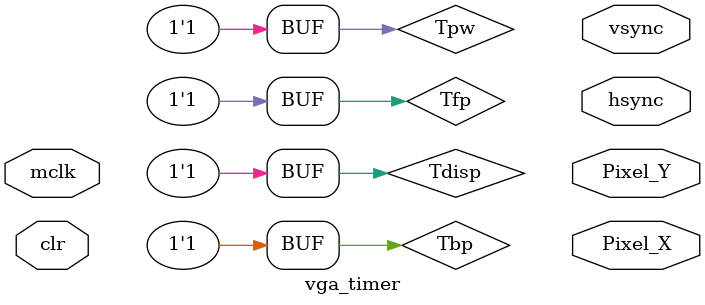
<source format=v>


//TDISP (Display Time)
//  Vertical: Time- Clocks- Lines-
//  Horizontal: Time- Clocks-

//TPW (Pulse Width)
//  Vertical: Time- Clocks- Lines-
//  Horizontal: Time- Clocks-

//TFP (Front Porch)
//  Vertical: Time- Clocks- Lines- 
//  Horizontal: Time- Clocks- 

//TBP (Back Porch)
//  Vertical: Time- Clocks- Lines-
//  Horizontal: Time- Clocks-

module vga_timer(input wire mclk, clr,
	output hsync,vsync, 
	output reg [10:0] Pixel_X, Pixel_Y );


//Counter values set as parameters
//Horizontal Parameters
//We are using a down counter so these values are a countdown value from the total 1040
parameter TOTAL_HORIZONTAL = 11'd1040,	//May need to be 1042
	  HORIZONTAL_PW    = 11'd120, 	//Minimum may need to be 116 or something like that
	  HORIZONTAL_FP    = 11'd984,
	  HORIZONTAL_BP	   = 11'd184;
//Vertical Parameters
parameter TOTAL_VERTICAL   = 11'd666,
          VERTICAL_PW    = 11'd6, 	//Minimum may need to be 116 or something like that
	  VERTICAL_FP    = 11'd643,
	  VERTICAL_BP	   = 11'd43;
	
	  
reg vertical_sync_en;	//VerticalSyncEnable

//Registers to hould count values for the horizontal and vertical lines
reg [10:0] HorizontalCount;
reg [10:0] VeritcalCount;




//Need to change names and values and erase Tw most likely

assign Ts = (HorizontalCount >= 5);
   assign Tdisp =5;
   assign Tpw =5;
   assign Tfp = 5;
   assign Tbp = 5;

endmodule
</source>
